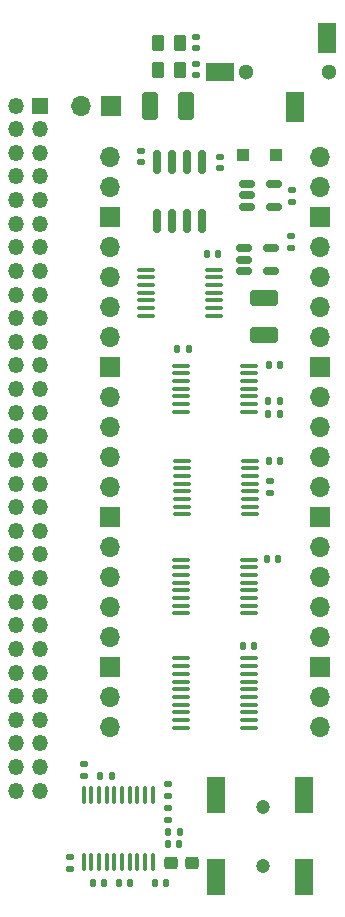
<source format=gbr>
%TF.GenerationSoftware,KiCad,Pcbnew,7.0.5-0*%
%TF.CreationDate,2023-06-15T10:43:23-05:00*%
%TF.ProjectId,PicoGUS,5069636f-4755-4532-9e6b-696361645f70,rev?*%
%TF.SameCoordinates,Original*%
%TF.FileFunction,Soldermask,Top*%
%TF.FilePolarity,Negative*%
%FSLAX46Y46*%
G04 Gerber Fmt 4.6, Leading zero omitted, Abs format (unit mm)*
G04 Created by KiCad (PCBNEW 7.0.5-0) date 2023-06-15 10:43:23*
%MOMM*%
%LPD*%
G01*
G04 APERTURE LIST*
G04 Aperture macros list*
%AMRoundRect*
0 Rectangle with rounded corners*
0 $1 Rounding radius*
0 $2 $3 $4 $5 $6 $7 $8 $9 X,Y pos of 4 corners*
0 Add a 4 corners polygon primitive as box body*
4,1,4,$2,$3,$4,$5,$6,$7,$8,$9,$2,$3,0*
0 Add four circle primitives for the rounded corners*
1,1,$1+$1,$2,$3*
1,1,$1+$1,$4,$5*
1,1,$1+$1,$6,$7*
1,1,$1+$1,$8,$9*
0 Add four rect primitives between the rounded corners*
20,1,$1+$1,$2,$3,$4,$5,0*
20,1,$1+$1,$4,$5,$6,$7,0*
20,1,$1+$1,$6,$7,$8,$9,0*
20,1,$1+$1,$8,$9,$2,$3,0*%
G04 Aperture macros list end*
%ADD10RoundRect,0.250000X0.312500X0.275000X-0.312500X0.275000X-0.312500X-0.275000X0.312500X-0.275000X0*%
%ADD11RoundRect,0.140000X-0.170000X0.140000X-0.170000X-0.140000X0.170000X-0.140000X0.170000X0.140000X0*%
%ADD12RoundRect,0.250000X-0.262500X-0.450000X0.262500X-0.450000X0.262500X0.450000X-0.262500X0.450000X0*%
%ADD13RoundRect,0.100000X-0.637500X-0.100000X0.637500X-0.100000X0.637500X0.100000X-0.637500X0.100000X0*%
%ADD14R,1.700000X1.700000*%
%ADD15O,1.700000X1.700000*%
%ADD16RoundRect,0.150000X0.150000X-0.825000X0.150000X0.825000X-0.150000X0.825000X-0.150000X-0.825000X0*%
%ADD17RoundRect,0.140000X-0.140000X-0.170000X0.140000X-0.170000X0.140000X0.170000X-0.140000X0.170000X0*%
%ADD18RoundRect,0.250000X0.412500X0.925000X-0.412500X0.925000X-0.412500X-0.925000X0.412500X-0.925000X0*%
%ADD19RoundRect,0.135000X-0.135000X-0.185000X0.135000X-0.185000X0.135000X0.185000X-0.135000X0.185000X0*%
%ADD20R,1.350000X1.350000*%
%ADD21O,1.350000X1.350000*%
%ADD22C,1.300000*%
%ADD23R,1.500000X2.650000*%
%ADD24R,2.470100X1.512000*%
%ADD25RoundRect,0.135000X0.185000X-0.135000X0.185000X0.135000X-0.185000X0.135000X-0.185000X-0.135000X0*%
%ADD26RoundRect,0.150000X-0.512500X-0.150000X0.512500X-0.150000X0.512500X0.150000X-0.512500X0.150000X0*%
%ADD27RoundRect,0.140000X0.140000X0.170000X-0.140000X0.170000X-0.140000X-0.170000X0.140000X-0.170000X0*%
%ADD28RoundRect,0.147500X0.172500X-0.147500X0.172500X0.147500X-0.172500X0.147500X-0.172500X-0.147500X0*%
%ADD29RoundRect,0.250000X-0.925000X0.412500X-0.925000X-0.412500X0.925000X-0.412500X0.925000X0.412500X0*%
%ADD30RoundRect,0.140000X0.170000X-0.140000X0.170000X0.140000X-0.170000X0.140000X-0.170000X-0.140000X0*%
%ADD31RoundRect,0.100000X0.100000X-0.637500X0.100000X0.637500X-0.100000X0.637500X-0.100000X-0.637500X0*%
%ADD32R,1.100000X1.100000*%
%ADD33C,1.200000*%
%ADD34R,1.500000X3.100000*%
%ADD35RoundRect,0.250000X0.262500X0.450000X-0.262500X0.450000X-0.262500X-0.450000X0.262500X-0.450000X0*%
G04 APERTURE END LIST*
D10*
%TO.C,C17*%
X132205500Y-130175000D03*
X130430500Y-130175000D03*
%TD*%
D11*
%TO.C,C10*%
X134620000Y-70386000D03*
X134620000Y-71346000D03*
%TD*%
D12*
%TO.C,R3*%
X129389500Y-62992000D03*
X131214500Y-62992000D03*
%TD*%
D13*
%TO.C,U3*%
X131318000Y-104487000D03*
X131318000Y-105137000D03*
X131318000Y-105787000D03*
X131318000Y-106437000D03*
X131318000Y-107087000D03*
X131318000Y-107737000D03*
X131318000Y-108387000D03*
X131318000Y-109037000D03*
X137043000Y-109037000D03*
X137043000Y-108387000D03*
X137043000Y-107737000D03*
X137043000Y-107087000D03*
X137043000Y-106437000D03*
X137043000Y-105787000D03*
X137043000Y-105137000D03*
X137043000Y-104487000D03*
%TD*%
D14*
%TO.C,J6*%
X125354000Y-66040000D03*
D15*
X122814000Y-66040000D03*
%TD*%
D13*
%TO.C,U6*%
X128338500Y-79920000D03*
X128338500Y-80570000D03*
X128338500Y-81220000D03*
X128338500Y-81870000D03*
X128338500Y-82520000D03*
X128338500Y-83170000D03*
X128338500Y-83820000D03*
X134063500Y-83820000D03*
X134063500Y-83170000D03*
X134063500Y-82520000D03*
X134063500Y-81870000D03*
X134063500Y-81220000D03*
X134063500Y-80570000D03*
X134063500Y-79920000D03*
%TD*%
D16*
%TO.C,U8*%
X129296000Y-75791000D03*
X130566000Y-75791000D03*
X131836000Y-75791000D03*
X133106000Y-75791000D03*
X133106000Y-70841000D03*
X131836000Y-70841000D03*
X130566000Y-70841000D03*
X129296000Y-70841000D03*
%TD*%
D17*
%TO.C,C13*%
X124484000Y-122809000D03*
X125444000Y-122809000D03*
%TD*%
%TO.C,C3*%
X138712000Y-88011000D03*
X139672000Y-88011000D03*
%TD*%
D18*
%TO.C,C2*%
X131712500Y-66040000D03*
X128637500Y-66040000D03*
%TD*%
D17*
%TO.C,C9*%
X138585000Y-104394000D03*
X139545000Y-104394000D03*
%TD*%
D19*
%TO.C,R6*%
X130169000Y-127508000D03*
X131189000Y-127508000D03*
%TD*%
D17*
%TO.C,C18*%
X130199000Y-128524000D03*
X131159000Y-128524000D03*
%TD*%
D20*
%TO.C,J3*%
X119348000Y-66040000D03*
D21*
X117348000Y-66040000D03*
X119348000Y-68040000D03*
X117348000Y-68040000D03*
X119348000Y-70040000D03*
X117348000Y-70040000D03*
X119348000Y-72040000D03*
X117348000Y-72040000D03*
X119348000Y-74040000D03*
X117348000Y-74040000D03*
X119348000Y-76040000D03*
X117348000Y-76040000D03*
X119348000Y-78040000D03*
X117348000Y-78040000D03*
X119348000Y-80040000D03*
X117348000Y-80040000D03*
X119348000Y-82040000D03*
X117348000Y-82040000D03*
X119348000Y-84040000D03*
X117348000Y-84040000D03*
X119348000Y-86040000D03*
X117348000Y-86040000D03*
X119348000Y-88040000D03*
X117348000Y-88040000D03*
X119348000Y-90040000D03*
X117348000Y-90040000D03*
X119348000Y-92040000D03*
X117348000Y-92040000D03*
X119348000Y-94040000D03*
X117348000Y-94040000D03*
X119348000Y-96040000D03*
X117348000Y-96040000D03*
X119348000Y-98040000D03*
X117348000Y-98040000D03*
X119348000Y-100040000D03*
X117348000Y-100040000D03*
X119348000Y-102040000D03*
X117348000Y-102040000D03*
X119348000Y-104040000D03*
X117348000Y-104040000D03*
X119348000Y-106040000D03*
X117348000Y-106040000D03*
X119348000Y-108040000D03*
X117348000Y-108040000D03*
X119348000Y-110040000D03*
X117348000Y-110040000D03*
X119348000Y-112040000D03*
X117348000Y-112040000D03*
X119348000Y-114040000D03*
X117348000Y-114040000D03*
X119348000Y-116040000D03*
X117348000Y-116040000D03*
X119348000Y-118040000D03*
X117348000Y-118040000D03*
X119348000Y-120040000D03*
X117348000Y-120040000D03*
X119348000Y-122040000D03*
X117348000Y-122040000D03*
X119348000Y-124040000D03*
X117348000Y-124040000D03*
%TD*%
D22*
%TO.C,J5*%
X143832250Y-63214000D03*
X136832250Y-63214000D03*
D23*
X140932250Y-66139000D03*
X143632250Y-60289000D03*
D24*
X134567300Y-63220000D03*
%TD*%
D17*
%TO.C,C12*%
X123853000Y-131826000D03*
X124813000Y-131826000D03*
%TD*%
D25*
%TO.C,R5*%
X130171000Y-126496000D03*
X130171000Y-125476000D03*
%TD*%
D17*
%TO.C,C7*%
X133487000Y-78568000D03*
X134447000Y-78568000D03*
%TD*%
D13*
%TO.C,U4*%
X131386500Y-96105000D03*
X131386500Y-96755000D03*
X131386500Y-97405000D03*
X131386500Y-98055000D03*
X131386500Y-98705000D03*
X131386500Y-99355000D03*
X131386500Y-100005000D03*
X131386500Y-100655000D03*
X137111500Y-100655000D03*
X137111500Y-100005000D03*
X137111500Y-99355000D03*
X137111500Y-98705000D03*
X137111500Y-98055000D03*
X137111500Y-97405000D03*
X137111500Y-96755000D03*
X137111500Y-96105000D03*
%TD*%
D11*
%TO.C,C14*%
X123059000Y-121821000D03*
X123059000Y-122781000D03*
%TD*%
D26*
%TO.C,U7*%
X136921500Y-72686000D03*
X136921500Y-73636000D03*
X136921500Y-74586000D03*
X139196500Y-74586000D03*
X139196500Y-72686000D03*
%TD*%
D13*
%TO.C,U5*%
X131318000Y-88048000D03*
X131318000Y-88698000D03*
X131318000Y-89348000D03*
X131318000Y-89998000D03*
X131318000Y-90648000D03*
X131318000Y-91298000D03*
X131318000Y-91948000D03*
X137043000Y-91948000D03*
X137043000Y-91298000D03*
X137043000Y-90648000D03*
X137043000Y-89998000D03*
X137043000Y-89348000D03*
X137043000Y-88698000D03*
X137043000Y-88048000D03*
%TD*%
D15*
%TO.C,U1*%
X125290500Y-70358000D03*
X125290500Y-72898000D03*
D14*
X125290500Y-75438000D03*
D15*
X125290500Y-77978000D03*
X125290500Y-80518000D03*
X125290500Y-83058000D03*
X125290500Y-85598000D03*
D14*
X125290500Y-88138000D03*
D15*
X125290500Y-90678000D03*
X125290500Y-93218000D03*
X125290500Y-95758000D03*
X125290500Y-98298000D03*
D14*
X125290500Y-100838000D03*
D15*
X125290500Y-103378000D03*
X125290500Y-105918000D03*
X125290500Y-108458000D03*
X125290500Y-110998000D03*
D14*
X125290500Y-113538000D03*
D15*
X125290500Y-116078000D03*
X125290500Y-118618000D03*
X143070500Y-118618000D03*
X143070500Y-116078000D03*
D14*
X143070500Y-113538000D03*
D15*
X143070500Y-110998000D03*
X143070500Y-108458000D03*
X143070500Y-105918000D03*
X143070500Y-103378000D03*
D14*
X143070500Y-100838000D03*
D15*
X143070500Y-98298000D03*
X143070500Y-95758000D03*
X143070500Y-93218000D03*
X143070500Y-90678000D03*
D14*
X143070500Y-88138000D03*
D15*
X143070500Y-85598000D03*
X143070500Y-83058000D03*
X143070500Y-80518000D03*
X143070500Y-77978000D03*
D14*
X143070500Y-75438000D03*
D15*
X143070500Y-72898000D03*
X143070500Y-70358000D03*
%TD*%
D27*
%TO.C,C4*%
X137513000Y-111760000D03*
X136553000Y-111760000D03*
%TD*%
D28*
%TO.C,L1*%
X132588000Y-63477000D03*
X132588000Y-62507000D03*
%TD*%
D29*
%TO.C,C1*%
X138313000Y-82364500D03*
X138313000Y-85439500D03*
%TD*%
D30*
%TO.C,C6*%
X140599000Y-78077000D03*
X140599000Y-77117000D03*
%TD*%
D28*
%TO.C,L2*%
X132588000Y-61191000D03*
X132588000Y-60221000D03*
%TD*%
D19*
%TO.C,R1*%
X130935000Y-86614000D03*
X131955000Y-86614000D03*
%TD*%
D31*
%TO.C,U10*%
X123059000Y-130116500D03*
X123709000Y-130116500D03*
X124359000Y-130116500D03*
X125009000Y-130116500D03*
X125659000Y-130116500D03*
X126309000Y-130116500D03*
X126959000Y-130116500D03*
X127609000Y-130116500D03*
X128259000Y-130116500D03*
X128909000Y-130116500D03*
X128909000Y-124391500D03*
X128259000Y-124391500D03*
X127609000Y-124391500D03*
X126959000Y-124391500D03*
X126309000Y-124391500D03*
X125659000Y-124391500D03*
X125009000Y-124391500D03*
X124359000Y-124391500D03*
X123709000Y-124391500D03*
X123059000Y-124391500D03*
%TD*%
D25*
%TO.C,R2*%
X138811000Y-98808000D03*
X138811000Y-97788000D03*
%TD*%
D27*
%TO.C,C16*%
X130020000Y-131826000D03*
X129060000Y-131826000D03*
%TD*%
D17*
%TO.C,C11*%
X126012000Y-131826000D03*
X126972000Y-131826000D03*
%TD*%
D19*
%TO.C,R8*%
X138684000Y-92160000D03*
X139704000Y-92160000D03*
%TD*%
D32*
%TO.C,D1*%
X139335000Y-70186000D03*
X136535000Y-70186000D03*
%TD*%
D26*
%TO.C,U9*%
X136667500Y-78126000D03*
X136667500Y-79076000D03*
X136667500Y-80026000D03*
X138942500Y-80026000D03*
X138942500Y-78126000D03*
%TD*%
D11*
%TO.C,C20*%
X140716000Y-73208000D03*
X140716000Y-74168000D03*
%TD*%
%TO.C,C19*%
X130171000Y-123502000D03*
X130171000Y-124462000D03*
%TD*%
%TO.C,C15*%
X121920000Y-129695000D03*
X121920000Y-130655000D03*
%TD*%
%TO.C,C8*%
X127889000Y-69878000D03*
X127889000Y-70838000D03*
%TD*%
D13*
%TO.C,U2*%
X131318000Y-112850000D03*
X131318000Y-113500000D03*
X131318000Y-114150000D03*
X131318000Y-114800000D03*
X131318000Y-115450000D03*
X131318000Y-116100000D03*
X131318000Y-116750000D03*
X131318000Y-117400000D03*
X131318000Y-118050000D03*
X131318000Y-118700000D03*
X137043000Y-118700000D03*
X137043000Y-118050000D03*
X137043000Y-117400000D03*
X137043000Y-116750000D03*
X137043000Y-116100000D03*
X137043000Y-115450000D03*
X137043000Y-114800000D03*
X137043000Y-114150000D03*
X137043000Y-113500000D03*
X137043000Y-112850000D03*
%TD*%
D33*
%TO.C,J1*%
X138245000Y-125389000D03*
X138245000Y-130389000D03*
D34*
X134245000Y-131339000D03*
X134245000Y-124439000D03*
X141745000Y-124439000D03*
X141745000Y-131339000D03*
%TD*%
D17*
%TO.C,C5*%
X138712000Y-96139000D03*
X139672000Y-96139000D03*
%TD*%
D35*
%TO.C,R4*%
X131214500Y-60706000D03*
X129389500Y-60706000D03*
%TD*%
D19*
%TO.C,R7*%
X138682000Y-91059000D03*
X139702000Y-91059000D03*
%TD*%
M02*

</source>
